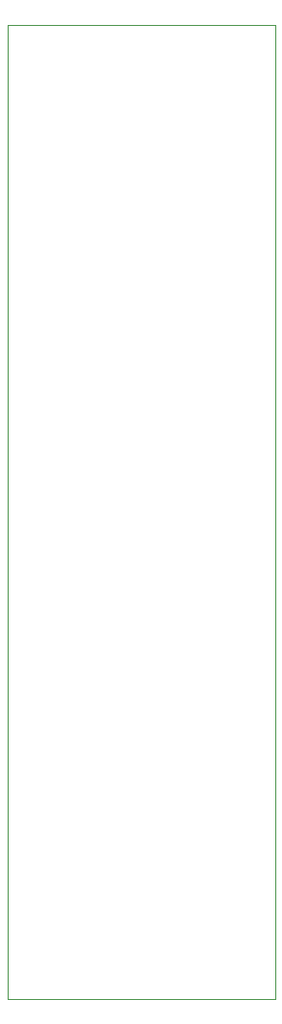
<source format=gbr>
%TF.GenerationSoftware,KiCad,Pcbnew,7.0.8-7.0.8~ubuntu23.04.1*%
%TF.CreationDate,2023-11-23T00:47:48+00:00*%
%TF.ProjectId,BATDATSOCKET01,42415444-4154-4534-9f43-4b455430312e,rev?*%
%TF.SameCoordinates,Original*%
%TF.FileFunction,Profile,NP*%
%FSLAX46Y46*%
G04 Gerber Fmt 4.6, Leading zero omitted, Abs format (unit mm)*
G04 Created by KiCad (PCBNEW 7.0.8-7.0.8~ubuntu23.04.1) date 2023-11-23 00:47:48*
%MOMM*%
%LPD*%
G01*
G04 APERTURE LIST*
%TA.AperFunction,Profile*%
%ADD10C,0.100000*%
%TD*%
G04 APERTURE END LIST*
D10*
X-24914000Y85855000D02*
X-1300000Y85855000D01*
X-1300000Y5000D01*
X-24914000Y5000D01*
X-24914000Y85855000D01*
M02*

</source>
